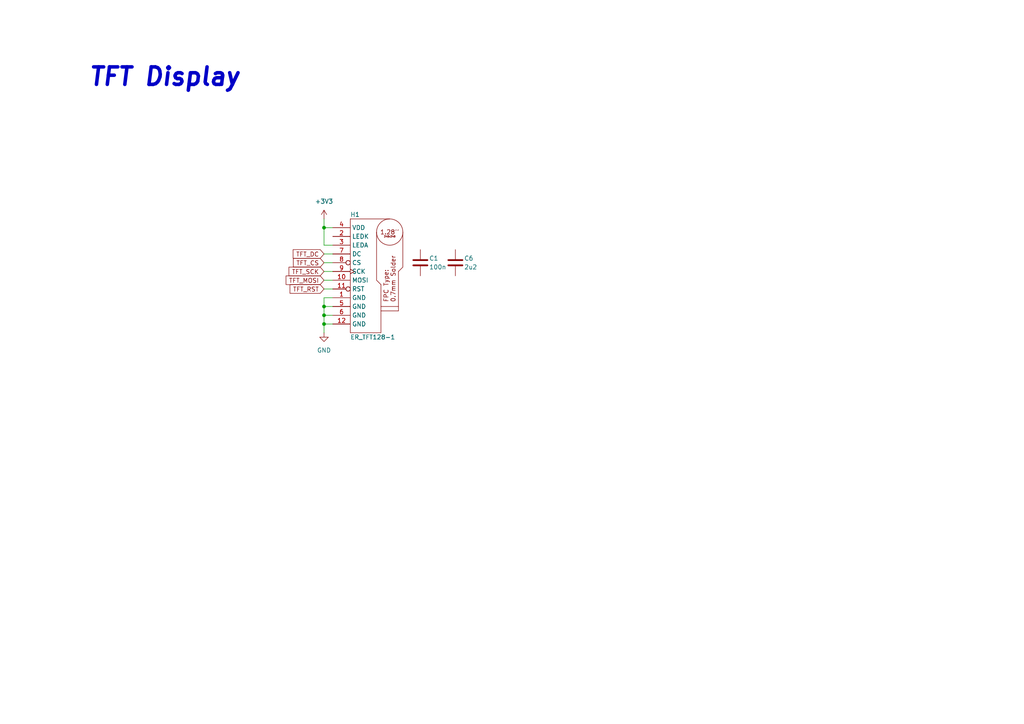
<source format=kicad_sch>
(kicad_sch (version 20230121) (generator eeschema)
  (paper "A4")
  (lib_symbols
    (symbol "Device:C" (pin_numbers hide) (pin_names (offset 0.254))
      (property "Reference" "C" (at 0.635 2.54 0))
      (property "Value" "C" (at 0.635 -2.54 0))
      (symbol "C_0_1"
        (polyline (pts (xy -2.032 -0.762) (xy 2.032 -0.762)) (stroke (width 0.508)))
        (polyline (pts (xy -2.032 0.762) (xy 2.032 0.762)) (stroke (width 0.508)))
      )
      (symbol "C_1_1"
        (pin passive line (at 0 3.81 270) (length 2.794) (name "~") (number "1"))
        (pin passive line (at 0 -3.81 90) (length 2.794) (name "~") (number "2"))
      )
    )
    (symbol "Display_Graphic:ER_TFT128-1"
      (property "Reference" "H" (at 10.16 1.27 0))
      (property "Value" "ER_TFT128-1" (at 10.16 -35.56 0))
      (symbol "ER_TFT128-1_0_0"
        (text "" (at 21.59 -15.24 0) (effects (font (size 1.27 1.27))))
      )
      (symbol "ER_TFT128-1_0_1"
        (polyline (pts (xy 19.05 -26.67) (xy 19.05 -15.24)))
        (polyline (pts (xy 19.05 -15.24) (xy 20.32 -13.97) (xy 20.32 -3.81)))
        (circle (center 16.51 -3.81) (radius 3.81))
      )
      (symbol "ER_TFT128-1_1_1"
        (polyline (pts (xy 13.97 -26.67) (xy 19.05 -26.67)) (fill (type outline)))
        (polyline (pts (xy 16.51 0) (xy 5.08 0)))
        (polyline (pts (xy 17.78 0) (xy 17.78 0)))
        (polyline (pts (xy 19.05 -25.4) (xy 13.97 -25.4)))
        (polyline (pts (xy 12.7 -3.81) (xy 12.7 -17.78) (xy 13.97 -19.05)))
        (polyline (pts (xy 5.08 0) (xy 5.08 -33.02) (xy 13.97 -33.02) (xy 13.97 -19.05)))
        (text "1.28''" (at 16.51 -3.81 0) (effects (font (size 1.27 1.27))))
        (text "240x240" (at 16.51 -5.08 0) (effects (font (size 0.508 0.508))))
        (text "FPC Type:\n0.7mm Solder\n" (at 16.51 -24.13 900) (effects (font (size 1.27 1.27)) (justify left)))
        (pin passive line (at 0 -22.86 0) (length 5.08) (name "GND") (number "1"))
        (pin passive line (at 0 -17.78 0) (length 5.08) (name "MOSI") (number "10"))
        (pin passive inverted (at 0 -20.32 0) (length 5.08) (name "RST") (number "11"))
        (pin passive line (at 0 -30.48 0) (length 5.08) (name "GND") (number "12"))
        (pin passive line (at 0 -5.08 0) (length 5.08) (name "LEDK") (number "2"))
        (pin passive line (at 0 -7.62 0) (length 5.08) (name "LEDA") (number "3"))
        (pin passive line (at 0 -2.54 0) (length 5.08) (name "VDD") (number "4"))
        (pin passive line (at 0 -25.4 0) (length 5.08) (name "GND") (number "5"))
        (pin passive line (at 0 -27.94 0) (length 5.08) (name "GND") (number "6"))
        (pin passive line (at 0 -10.16 0) (length 5.08) (name "DC") (number "7"))
        (pin passive inverted (at 0 -12.7 0) (length 5.08) (name "CS") (number "8"))
        (pin passive clock (at 0 -15.24 0) (length 5.08) (name "SCK") (number "9"))
      )
    )
    (symbol "power:+3V3" (power) (pin_names (offset 0))
      (property "Value" "+3V3" (at 0 3.556 0))
      (symbol "+3V3_0_1"
        (polyline (pts (xy -0.762 1.27) (xy 0 2.54)))
        (polyline (pts (xy 0 0) (xy 0 2.54)))
        (polyline (pts (xy 0 2.54) (xy 0.762 1.27)))
      )
      (symbol "+3V3_1_1"
        (pin power_in line (at 0 0 90) (length 0) hide (name "+3V3") (number "1"))
      )
    )
    (symbol "power:GND" (power) (pin_names (offset 0))
      (property "Value" "GND" (at 0 -3.81 0))
      (symbol "GND_0_1"
        (polyline (pts (xy 0 0) (xy 0 -1.27) (xy 1.27 -1.27) (xy 0 -2.54) (xy -1.27 -1.27) (xy 0 -1.27)))
      )
      (symbol "GND_1_1"
        (pin power_in line (at 0 0 270) (length 0) hide (name "GND") (number "1"))
      )
    )
  )
  (junction (at 93.98 91.44))
  (junction (at 93.98 93.98))
  (junction (at 93.98 88.9))
  (junction (at 93.98 66.04))
  (wire (pts (xy 93.98 83.82) (xy 96.52 83.82)))
  (wire (pts (xy 93.98 93.98) (xy 96.52 93.98)))
  (wire (pts (xy 93.98 71.12) (xy 96.52 71.12)))
  (wire (pts (xy 93.98 73.66) (xy 96.52 73.66)))
  (wire (pts (xy 93.98 76.2) (xy 96.52 76.2)))
  (wire (pts (xy 93.98 91.44) (xy 93.98 93.98)))
  (wire (pts (xy 93.98 88.9) (xy 93.98 91.44)))
  (wire (pts (xy 93.98 88.9) (xy 96.52 88.9)))
  (wire (pts (xy 93.98 63.5) (xy 93.98 66.04)))
  (wire (pts (xy 96.52 66.04) (xy 93.98 66.04)))
  (wire (pts (xy 93.98 78.74) (xy 96.52 78.74)))
  (wire (pts (xy 93.98 93.98) (xy 93.98 96.52)))
  (wire (pts (xy 93.98 81.28) (xy 96.52 81.28)))
  (wire (pts (xy 96.52 86.36) (xy 93.98 86.36)))
  (wire (pts (xy 93.98 86.36) (xy 93.98 88.9)))
  (wire (pts (xy 93.98 66.04) (xy 93.98 71.12)))
  (wire (pts (xy 93.98 91.44) (xy 96.52 91.44)))
  (text "TFT Display" (at 25.4 25.4 0) (effects (font (size 5.08 5.08) (thickness 1.016) bold italic) (justify left bottom)))
  (global_label "TFT_SCK" (shape input) (at 93.98 78.74 180) (property "Intersheetrefs" "${INTERSHEET_REFS}" (effects hide)))
  (global_label "TFT_DC" (shape input) (at 93.98 73.66 180) (property "Intersheetrefs" "${INTERSHEET_REFS}" (effects hide)))
  (global_label "TFT_RST" (shape input) (at 93.98 83.82 180) (property "Intersheetrefs" "${INTERSHEET_REFS}" (effects hide)))
  (global_label "TFT_CS" (shape input) (at 93.98 76.2 180) (property "Intersheetrefs" "${INTERSHEET_REFS}" (effects hide)))
  (global_label "TFT_MOSI" (shape input) (at 93.98 81.28 180) (property "Intersheetrefs" "${INTERSHEET_REFS}" (effects hide)))
  (symbol (lib_id "power:GND") (at 93.98 96.52 0) (unit 1)
    (property "Reference" "#PWR017" (effects hide))
    (property "Value" "GND" (at 93.98 101.6 0))
  )
  (symbol (lib_id "Display_Graphic:ER_TFT128-1") (at 96.52 63.5 0) (unit 1)
    (property "Reference" "H1" (at 101.6 62.23 0) (effects (justify left)))
    (property "Value" "ER_TFT128-1" (at 101.6 97.79 0) (effects (justify left)))
    (property "Footprint" "Display:ER_TFT128-1" (effects hide))
  )
  (symbol (lib_id "power:+3V3") (at 93.98 63.5 0) (unit 1)
    (property "Reference" "#PWR018" (effects hide))
    (property "Value" "+3V3" (at 93.98 58.42 0))
  )
  (symbol (lib_id "Device:C") (at 132.08 76.2 0) (unit 1)
    (property "Reference" "C6" (at 134.62 74.93 0) (effects (justify left)))
    (property "Value" "2u2" (at 134.62 77.47 0) (effects (justify left)))
    (property "Footprint" "Capacitor_SMD:C_0603_1608Metric" (effects hide))
    (property "LCSC Part #" "C23630" (effects hide))
    (instances (project "STM32F4_HexGauge_V3" (path "" (reference "C6") (unit 1)) (path "" (reference "C1") (unit 1)) (path "" (reference "C11") (unit 1)) (path "" (reference "C22") (unit 1))))
  )
  (symbol (lib_id "Device:C") (at 121.92 76.2 0) (unit 1)
    (property "Reference" "C1" (at 124.46 74.93 0) (effects (justify left)))
    (property "Value" "100n" (at 124.46 77.47 0) (effects (justify left)))
    (property "Footprint" "Capacitor_SMD:C_0402_1005Metric" (effects hide))
    (property "LCSC Part #" "C1525" (effects hide))
    (instances (project "STM32F4_HexGauge_V3" (path "" (reference "C1") (unit 1)) (path "" (reference "C6") (unit 1)) (path "" (reference "C12") (unit 1)) (path "" (reference "C21") (unit 1))))
  )
)
</source>
